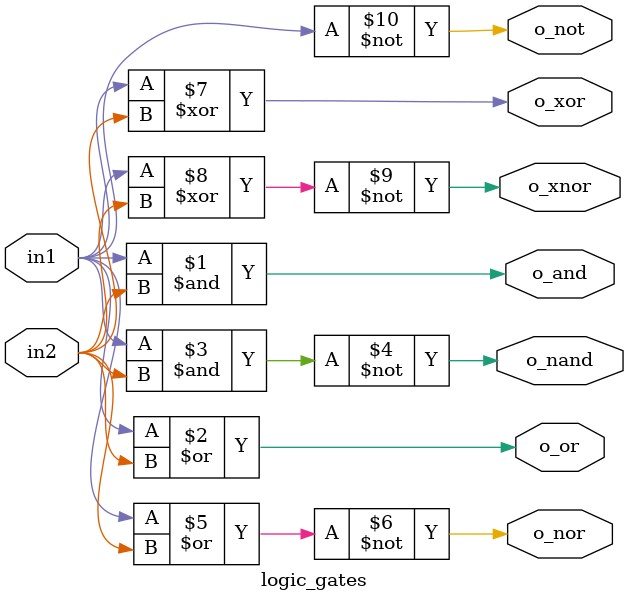
<source format=v>
module logic_gates(
    input in1,in2,
    output o_and,
    output o_or,
    output o_nand,
    output o_nor,
    output o_xor,
    output o_xnor,
    output o_not
);

    
    and   a1(o_and,in1,in2);
    or    o1(o_or,in1,in2);
    
    nand  n1(o_nand,in1,in2);
    nor   n2(o_nor,in1,in2);

    xor   x1(o_xor,in1,in2);
    xnor  x2(o_xnor,in1,in2);

    not   n(o_not,in1);


endmodule

</source>
